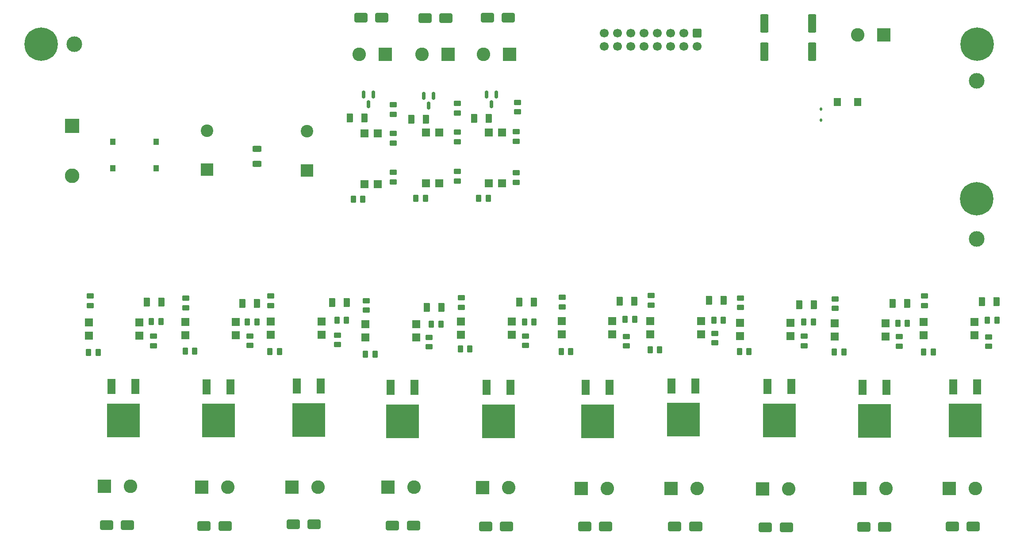
<source format=gbr>
%TF.GenerationSoftware,KiCad,Pcbnew,7.0.7*%
%TF.CreationDate,2024-09-30T16:59:32+02:00*%
%TF.ProjectId,control_motor_pcb,636f6e74-726f-46c5-9f6d-6f746f725f70,rev?*%
%TF.SameCoordinates,Original*%
%TF.FileFunction,Soldermask,Top*%
%TF.FilePolarity,Negative*%
%FSLAX46Y46*%
G04 Gerber Fmt 4.6, Leading zero omitted, Abs format (unit mm)*
G04 Created by KiCad (PCBNEW 7.0.7) date 2024-09-30 16:59:32*
%MOMM*%
%LPD*%
G01*
G04 APERTURE LIST*
G04 Aperture macros list*
%AMRoundRect*
0 Rectangle with rounded corners*
0 $1 Rounding radius*
0 $2 $3 $4 $5 $6 $7 $8 $9 X,Y pos of 4 corners*
0 Add a 4 corners polygon primitive as box body*
4,1,4,$2,$3,$4,$5,$6,$7,$8,$9,$2,$3,0*
0 Add four circle primitives for the rounded corners*
1,1,$1+$1,$2,$3*
1,1,$1+$1,$4,$5*
1,1,$1+$1,$6,$7*
1,1,$1+$1,$8,$9*
0 Add four rect primitives between the rounded corners*
20,1,$1+$1,$2,$3,$4,$5,0*
20,1,$1+$1,$4,$5,$6,$7,0*
20,1,$1+$1,$6,$7,$8,$9,0*
20,1,$1+$1,$8,$9,$2,$3,0*%
G04 Aperture macros list end*
%ADD10RoundRect,0.250000X-1.000000X-0.650000X1.000000X-0.650000X1.000000X0.650000X-1.000000X0.650000X0*%
%ADD11RoundRect,0.250000X0.375000X0.625000X-0.375000X0.625000X-0.375000X-0.625000X0.375000X-0.625000X0*%
%ADD12RoundRect,0.250000X-0.450000X0.262500X-0.450000X-0.262500X0.450000X-0.262500X0.450000X0.262500X0*%
%ADD13R,1.500000X1.600000*%
%ADD14RoundRect,0.150000X-0.150000X0.587500X-0.150000X-0.587500X0.150000X-0.587500X0.150000X0.587500X0*%
%ADD15RoundRect,0.112500X-0.112500X0.187500X-0.112500X-0.187500X0.112500X-0.187500X0.112500X0.187500X0*%
%ADD16R,2.600000X2.600000*%
%ADD17C,2.600000*%
%ADD18RoundRect,0.250000X-0.262500X-0.450000X0.262500X-0.450000X0.262500X0.450000X-0.262500X0.450000X0*%
%ADD19R,1.500000X2.900000*%
%ADD20R,6.300000X6.500000*%
%ADD21RoundRect,0.250000X0.262500X0.450000X-0.262500X0.450000X-0.262500X-0.450000X0.262500X-0.450000X0*%
%ADD22RoundRect,0.250000X0.450000X-0.262500X0.450000X0.262500X-0.450000X0.262500X-0.450000X-0.262500X0*%
%ADD23R,0.990000X1.250000*%
%ADD24R,1.600000X1.500000*%
%ADD25C,3.000000*%
%ADD26R,1.320000X1.540000*%
%ADD27RoundRect,0.250000X0.550000X-1.500000X0.550000X1.500000X-0.550000X1.500000X-0.550000X-1.500000X0*%
%ADD28C,0.800000*%
%ADD29C,6.400000*%
%ADD30R,2.400000X2.400000*%
%ADD31C,2.400000*%
%ADD32RoundRect,0.250000X0.625000X-0.312500X0.625000X0.312500X-0.625000X0.312500X-0.625000X-0.312500X0*%
%ADD33RoundRect,0.250000X-0.600000X0.600000X-0.600000X-0.600000X0.600000X-0.600000X0.600000X0.600000X0*%
%ADD34C,1.700000*%
%ADD35R,2.790000X2.790000*%
%ADD36C,2.790000*%
G04 APERTURE END LIST*
D10*
%TO.C,D15*%
X117450000Y-43325000D03*
X121450000Y-43325000D03*
%TD*%
D11*
%TO.C,D28*%
X118193113Y-62505472D03*
X115393113Y-62505472D03*
%TD*%
D12*
%TO.C,R18*%
X130500000Y-104587500D03*
X130500000Y-106412500D03*
%TD*%
D13*
%TO.C,U4*%
X172864150Y-101489972D03*
X172864150Y-104029972D03*
X182564150Y-104029972D03*
X182564150Y-101489972D03*
%TD*%
D12*
%TO.C,R10*%
X156000000Y-96925000D03*
X156000000Y-98750000D03*
%TD*%
D14*
%TO.C,Q12*%
X131400000Y-58325000D03*
X129500000Y-58325000D03*
X130450000Y-60200000D03*
%TD*%
D10*
%TO.C,D7*%
X160325000Y-140825000D03*
X164325000Y-140825000D03*
%TD*%
D15*
%TO.C,D29*%
X205538412Y-60854048D03*
X205538412Y-62954048D03*
%TD*%
D13*
%TO.C,U3*%
X190037870Y-101857493D03*
X190037870Y-104397493D03*
X199737870Y-104397493D03*
X199737870Y-101857493D03*
%TD*%
D10*
%TO.C,D8*%
X141325000Y-140825000D03*
X145325000Y-140825000D03*
%TD*%
D16*
%TO.C,J16*%
X122125000Y-50345000D03*
D17*
X117125000Y-50345000D03*
%TD*%
D18*
%TO.C,R35*%
X128017500Y-77950000D03*
X129842500Y-77950000D03*
%TD*%
D19*
%TO.C,Q6*%
X127711000Y-114175000D03*
D20*
X125425000Y-120675000D03*
D19*
X123139000Y-114175000D03*
%TD*%
D16*
%TO.C,J21*%
X140750000Y-133400000D03*
D17*
X145750000Y-133400000D03*
%TD*%
D19*
%TO.C,Q5*%
X146111000Y-114200000D03*
D20*
X143825000Y-120700000D03*
D19*
X141539000Y-114200000D03*
%TD*%
D12*
%TO.C,R37*%
X135950000Y-72787500D03*
X135950000Y-74612500D03*
%TD*%
D21*
%TO.C,R8*%
X174662500Y-107000000D03*
X172837500Y-107000000D03*
%TD*%
D12*
%TO.C,R41*%
X123700000Y-72950000D03*
X123700000Y-74775000D03*
%TD*%
D22*
%TO.C,R38*%
X135950000Y-61612500D03*
X135950000Y-59787500D03*
%TD*%
D21*
%TO.C,R51*%
X97592165Y-101683163D03*
X95767165Y-101683163D03*
%TD*%
D23*
%TO.C,D2*%
X78320000Y-72225000D03*
X78320000Y-67125000D03*
X69980000Y-67125000D03*
X69980000Y-72225000D03*
%TD*%
D12*
%TO.C,R22*%
X84000000Y-97087500D03*
X84000000Y-98912500D03*
%TD*%
%TO.C,R3*%
X220500000Y-104487500D03*
X220500000Y-106312500D03*
%TD*%
%TO.C,R16*%
X118500000Y-97587500D03*
X118500000Y-99412500D03*
%TD*%
D21*
%TO.C,R50*%
X114718152Y-101335358D03*
X112893152Y-101335358D03*
%TD*%
D12*
%TO.C,R9*%
X185250000Y-103837500D03*
X185250000Y-105662500D03*
%TD*%
D16*
%TO.C,J20*%
X159625000Y-133555000D03*
D17*
X164625000Y-133555000D03*
%TD*%
D21*
%TO.C,R14*%
X138325000Y-106837500D03*
X136500000Y-106837500D03*
%TD*%
D24*
%TO.C,U13*%
X118180000Y-75200000D03*
X120720000Y-75200000D03*
X120720000Y-65500000D03*
X118180000Y-65500000D03*
%TD*%
D12*
%TO.C,R30*%
X77750000Y-104372500D03*
X77750000Y-106197500D03*
%TD*%
D22*
%TO.C,R34*%
X147200000Y-67012500D03*
X147200000Y-65187500D03*
%TD*%
D16*
%TO.C,J2*%
X230125000Y-133555000D03*
D17*
X235125000Y-133555000D03*
%TD*%
D21*
%TO.C,R2*%
X209912050Y-107438538D03*
X208087050Y-107438538D03*
%TD*%
D16*
%TO.C,J13*%
X134150000Y-50370000D03*
D17*
X129150000Y-50370000D03*
%TD*%
D11*
%TO.C,D18*%
X204203773Y-98365717D03*
X201403773Y-98365717D03*
%TD*%
D10*
%TO.C,D5*%
X194900000Y-141025000D03*
X198900000Y-141025000D03*
%TD*%
D21*
%TO.C,R48*%
X150608568Y-101617180D03*
X148783568Y-101617180D03*
%TD*%
D25*
%TO.C,FID1*%
X235340000Y-55450000D03*
%TD*%
D14*
%TO.C,Q11*%
X143400000Y-58075000D03*
X141500000Y-58075000D03*
X142450000Y-59950000D03*
%TD*%
D21*
%TO.C,R45*%
X204100816Y-101689126D03*
X202275816Y-101689126D03*
%TD*%
D19*
%TO.C,Q1*%
X218036000Y-114150000D03*
D20*
X215750000Y-120650000D03*
D19*
X213464000Y-114150000D03*
%TD*%
D24*
%TO.C,U2*%
X141971285Y-75035759D03*
X144511285Y-75035759D03*
X144511285Y-65335759D03*
X141971285Y-65335759D03*
%TD*%
D13*
%TO.C,U6*%
X136624123Y-101612479D03*
X136624123Y-104152479D03*
X146324123Y-104152479D03*
X146324123Y-101612479D03*
%TD*%
D10*
%TO.C,D11*%
X87475000Y-140750000D03*
X91475000Y-140750000D03*
%TD*%
D26*
%TO.C,D1*%
X208675000Y-59495000D03*
X212575000Y-59495000D03*
%TD*%
D19*
%TO.C,Q10*%
X74286000Y-114000000D03*
D20*
X72000000Y-120500000D03*
D19*
X69714000Y-114000000D03*
%TD*%
D27*
%TO.C,C2*%
X194700000Y-49855000D03*
X194700000Y-44455000D03*
%TD*%
D28*
%TO.C,H1*%
X233025000Y-48425000D03*
X233727944Y-46727944D03*
X233727944Y-50122056D03*
X235425000Y-46025000D03*
D29*
X235425000Y-48425000D03*
D28*
X235425000Y-50825000D03*
X237122056Y-46727944D03*
X237122056Y-50122056D03*
X237825000Y-48425000D03*
%TD*%
D10*
%TO.C,D14*%
X129750000Y-43425000D03*
X133750000Y-43425000D03*
%TD*%
D13*
%TO.C,U7*%
X118359433Y-102114716D03*
X118359433Y-104654716D03*
X128059433Y-104654716D03*
X128059433Y-102114716D03*
%TD*%
D19*
%TO.C,Q2*%
X199886000Y-114055000D03*
D20*
X197600000Y-120555000D03*
D19*
X195314000Y-114055000D03*
%TD*%
D13*
%TO.C,U1*%
X208168199Y-101877439D03*
X208168199Y-104417439D03*
X217868199Y-104417439D03*
X217868199Y-101877439D03*
%TD*%
D22*
%TO.C,R40*%
X123700000Y-67362500D03*
X123700000Y-65537500D03*
%TD*%
D25*
%TO.C,FID3*%
X235340000Y-85768008D03*
%TD*%
D21*
%TO.C,R44*%
X222090691Y-101944526D03*
X220265691Y-101944526D03*
%TD*%
D11*
%TO.C,D19*%
X186928118Y-97530702D03*
X184128118Y-97530702D03*
%TD*%
D12*
%TO.C,R32*%
X147200000Y-73037500D03*
X147200000Y-74862500D03*
%TD*%
%TO.C,R24*%
X96250000Y-104337500D03*
X96250000Y-106162500D03*
%TD*%
%TO.C,R28*%
X65636910Y-96675101D03*
X65636910Y-98500101D03*
%TD*%
D11*
%TO.C,D27*%
X129957704Y-62764799D03*
X127157704Y-62764799D03*
%TD*%
D27*
%TO.C,C1*%
X203836346Y-49804023D03*
X203836346Y-44404023D03*
%TD*%
D12*
%TO.C,R15*%
X149000000Y-104337500D03*
X149000000Y-106162500D03*
%TD*%
D16*
%TO.C,J22*%
X122650000Y-133355000D03*
D17*
X127650000Y-133355000D03*
%TD*%
D16*
%TO.C,J18*%
X194400000Y-133650000D03*
D17*
X199400000Y-133650000D03*
%TD*%
D12*
%TO.C,R25*%
X225345000Y-96695000D03*
X225345000Y-98520000D03*
%TD*%
D10*
%TO.C,D3*%
X230700000Y-140825000D03*
X234700000Y-140825000D03*
%TD*%
D16*
%TO.C,J1*%
X217600000Y-46620000D03*
D17*
X212600000Y-46620000D03*
%TD*%
D11*
%TO.C,D20*%
X169799799Y-97692102D03*
X166999799Y-97692102D03*
%TD*%
D30*
%TO.C,C3*%
X107150000Y-72587755D03*
D31*
X107150000Y-65087755D03*
%TD*%
D19*
%TO.C,Q9*%
X235411000Y-114075000D03*
D20*
X233125000Y-120575000D03*
D19*
X230839000Y-114075000D03*
%TD*%
D12*
%TO.C,R19*%
X100250000Y-96687500D03*
X100250000Y-98512500D03*
%TD*%
D16*
%TO.C,J24*%
X87000000Y-133280000D03*
D17*
X92000000Y-133280000D03*
%TD*%
D10*
%TO.C,D6*%
X177550000Y-140875000D03*
X181550000Y-140875000D03*
%TD*%
D21*
%TO.C,R20*%
X101912500Y-107350000D03*
X100087500Y-107350000D03*
%TD*%
D28*
%TO.C,H3*%
X232940000Y-78062056D03*
X233642944Y-76365000D03*
X233642944Y-79759112D03*
X235340000Y-75662056D03*
D29*
X235340000Y-78062056D03*
D28*
X235340000Y-80462056D03*
X237037056Y-76365000D03*
X237037056Y-79759112D03*
X237740000Y-78062056D03*
%TD*%
D21*
%TO.C,R17*%
X120162500Y-107837500D03*
X118337500Y-107837500D03*
%TD*%
D14*
%TO.C,Q13*%
X119900000Y-58075000D03*
X118000000Y-58075000D03*
X118950000Y-59950000D03*
%TD*%
D12*
%TO.C,R4*%
X190100000Y-97070000D03*
X190100000Y-98895000D03*
%TD*%
D25*
%TO.C,FID2*%
X62620000Y-48425000D03*
%TD*%
D11*
%TO.C,D17*%
X222046254Y-98077754D03*
X219246254Y-98077754D03*
%TD*%
D16*
%TO.C,J25*%
X68375000Y-133125000D03*
D17*
X73375000Y-133125000D03*
%TD*%
D21*
%TO.C,R52*%
X79210301Y-101557330D03*
X77385301Y-101557330D03*
%TD*%
%TO.C,R29*%
X67162500Y-107535000D03*
X65337500Y-107535000D03*
%TD*%
D11*
%TO.C,D24*%
X97614390Y-98060366D03*
X94814390Y-98060366D03*
%TD*%
D21*
%TO.C,R5*%
X191762500Y-107320000D03*
X189937500Y-107320000D03*
%TD*%
D22*
%TO.C,R36*%
X135950000Y-67112500D03*
X135950000Y-65287500D03*
%TD*%
D13*
%TO.C,U9*%
X83868059Y-101687762D03*
X83868059Y-104227762D03*
X93568059Y-104227762D03*
X93568059Y-101687762D03*
%TD*%
D10*
%TO.C,D12*%
X68800000Y-140600000D03*
X72800000Y-140600000D03*
%TD*%
D32*
%TO.C,R53*%
X97559644Y-71386427D03*
X97559644Y-68461427D03*
%TD*%
D13*
%TO.C,U5*%
X155900000Y-101480000D03*
X155900000Y-104020000D03*
X165600000Y-104020000D03*
X165600000Y-101480000D03*
%TD*%
D21*
%TO.C,R43*%
X239215321Y-101302795D03*
X237390321Y-101302795D03*
%TD*%
D22*
%TO.C,R42*%
X123700000Y-61862500D03*
X123700000Y-60037500D03*
%TD*%
D33*
%TO.C,J14*%
X181860000Y-46260000D03*
D34*
X181860000Y-48800000D03*
X179320000Y-46260000D03*
X179320000Y-48800000D03*
X176780000Y-46260000D03*
X176780000Y-48800000D03*
X174240000Y-46260000D03*
X174240000Y-48800000D03*
X171700000Y-46260000D03*
X171700000Y-48800000D03*
X169160000Y-46260000D03*
X169160000Y-48800000D03*
X166620000Y-46260000D03*
X166620000Y-48800000D03*
X164080000Y-46260000D03*
X164080000Y-48800000D03*
%TD*%
D24*
%TO.C,U12*%
X129921375Y-75033018D03*
X132461375Y-75033018D03*
X132461375Y-65333018D03*
X129921375Y-65333018D03*
%TD*%
D21*
%TO.C,R47*%
X169882143Y-101183052D03*
X168057143Y-101183052D03*
%TD*%
D19*
%TO.C,Q7*%
X109811000Y-113925000D03*
D20*
X107525000Y-120425000D03*
D19*
X105239000Y-113925000D03*
%TD*%
D11*
%TO.C,D21*%
X150564131Y-97832245D03*
X147764131Y-97832245D03*
%TD*%
D12*
%TO.C,R1*%
X208250000Y-97237500D03*
X208250000Y-99062500D03*
%TD*%
D11*
%TO.C,D23*%
X114758622Y-97955000D03*
X111958622Y-97955000D03*
%TD*%
D16*
%TO.C,J19*%
X176800000Y-133605000D03*
D17*
X181800000Y-133605000D03*
%TD*%
D11*
%TO.C,D26*%
X141996466Y-62640509D03*
X139196466Y-62640509D03*
%TD*%
%TO.C,D25*%
X79273817Y-97838379D03*
X76473817Y-97838379D03*
%TD*%
%TO.C,D16*%
X239156210Y-97770868D03*
X236356210Y-97770868D03*
%TD*%
D21*
%TO.C,R46*%
X186864780Y-101276992D03*
X185039780Y-101276992D03*
%TD*%
%TO.C,R23*%
X85662500Y-107250000D03*
X83837500Y-107250000D03*
%TD*%
D10*
%TO.C,D9*%
X123525000Y-140650000D03*
X127525000Y-140650000D03*
%TD*%
D13*
%TO.C,U10*%
X225220282Y-101693679D03*
X225220282Y-104233679D03*
X234920282Y-104233679D03*
X234920282Y-101693679D03*
%TD*%
D16*
%TO.C,J12*%
X145975000Y-50345000D03*
D17*
X140975000Y-50345000D03*
%TD*%
D10*
%TO.C,D10*%
X104550000Y-140400000D03*
X108550000Y-140400000D03*
%TD*%
D13*
%TO.C,U8*%
X100258894Y-101566657D03*
X100258894Y-104106657D03*
X109958894Y-104106657D03*
X109958894Y-101566657D03*
%TD*%
D19*
%TO.C,Q4*%
X165036000Y-114200000D03*
D20*
X162750000Y-120700000D03*
D19*
X160464000Y-114200000D03*
%TD*%
D28*
%TO.C,H2*%
X53870000Y-48425000D03*
X54572944Y-46727944D03*
X54572944Y-50122056D03*
X56270000Y-46025000D03*
D29*
X56270000Y-48425000D03*
D28*
X56270000Y-50825000D03*
X57967056Y-46727944D03*
X57967056Y-50122056D03*
X58670000Y-48425000D03*
%TD*%
D12*
%TO.C,R13*%
X136750000Y-97000000D03*
X136750000Y-98825000D03*
%TD*%
D19*
%TO.C,Q8*%
X92486000Y-114075000D03*
D20*
X90200000Y-120575000D03*
D19*
X87914000Y-114075000D03*
%TD*%
%TO.C,Q3*%
X181511000Y-113900000D03*
D20*
X179225000Y-120400000D03*
D19*
X176939000Y-113900000D03*
%TD*%
D30*
%TO.C,C4*%
X88026648Y-72465424D03*
D31*
X88026648Y-64965424D03*
%TD*%
D18*
%TO.C,R39*%
X116037500Y-78112500D03*
X117862500Y-78112500D03*
%TD*%
D12*
%TO.C,R7*%
X173000000Y-96587500D03*
X173000000Y-98412500D03*
%TD*%
%TO.C,R6*%
X202350000Y-104407500D03*
X202350000Y-106232500D03*
%TD*%
D10*
%TO.C,D4*%
X213750000Y-140925000D03*
X217750000Y-140925000D03*
%TD*%
D21*
%TO.C,R11*%
X157662500Y-107337500D03*
X155837500Y-107337500D03*
%TD*%
D12*
%TO.C,R27*%
X237600000Y-104507500D03*
X237600000Y-106332500D03*
%TD*%
D10*
%TO.C,D13*%
X141700000Y-43350000D03*
X145700000Y-43350000D03*
%TD*%
D12*
%TO.C,R21*%
X113000000Y-104187500D03*
X113000000Y-106012500D03*
%TD*%
%TO.C,R12*%
X168250000Y-104425000D03*
X168250000Y-106250000D03*
%TD*%
D35*
%TO.C,J15*%
X62225000Y-64100000D03*
D36*
X62225000Y-73600000D03*
%TD*%
D22*
%TO.C,R33*%
X147450000Y-61362500D03*
X147450000Y-59537500D03*
%TD*%
D11*
%TO.C,D22*%
X132872788Y-98855200D03*
X130072788Y-98855200D03*
%TD*%
D18*
%TO.C,R31*%
X140037500Y-77950000D03*
X141862500Y-77950000D03*
%TD*%
D16*
%TO.C,J23*%
X104250000Y-133330000D03*
D17*
X109250000Y-133330000D03*
%TD*%
D21*
%TO.C,R49*%
X132782366Y-102048356D03*
X130957366Y-102048356D03*
%TD*%
D16*
%TO.C,J17*%
X213000000Y-133575000D03*
D17*
X218000000Y-133575000D03*
%TD*%
D21*
%TO.C,R26*%
X227012500Y-107420000D03*
X225187500Y-107420000D03*
%TD*%
D13*
%TO.C,U11*%
X65394609Y-101737776D03*
X65394609Y-104277776D03*
X75094609Y-104277776D03*
X75094609Y-101737776D03*
%TD*%
M02*

</source>
